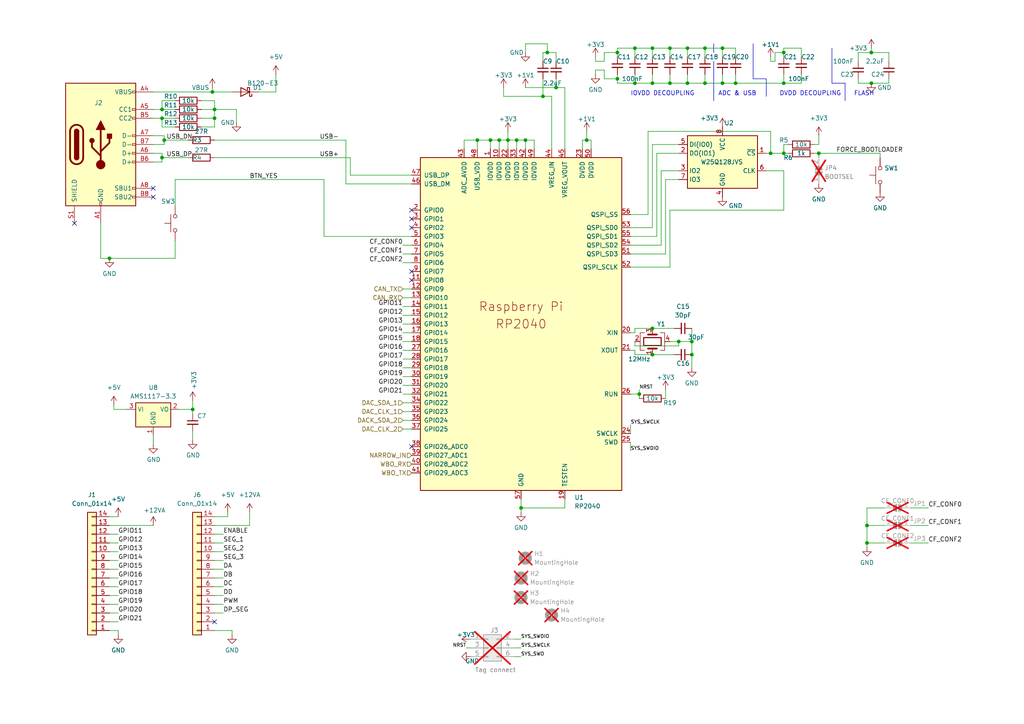
<source format=kicad_sch>
(kicad_sch (version 20231120) (generator "eeschema") (generator_version "8.0")
  (paper "A4")
  (title_block (title "OpenEFI WBO Carrier Board") (date "2023-11-28") (rev "v3") (company "Churrosoft®") (comment 1 "CERN-OHL-S Licence"))
  (junction (at 204.47 13.97))
  (junction (at 189.23 95.25))
  (junction (at 237.49 44.45))
  (junction (at 47.625 40.64))
  (junction (at 227.33 24.13))
  (junction (at 138.43 40.64))
  (junction (at 227.33 15.24))
  (junction (at 62.23 31.75))
  (junction (at 204.47 24.13))
  (junction (at 199.39 24.13))
  (junction (at 158.75 15.24))
  (junction (at 184.15 13.97))
  (junction (at 185.42 114.3))
  (junction (at 46.99 45.72))
  (junction (at 55.88 118.745))
  (junction (at 61.595 26.67))
  (junction (at 184.15 24.13))
  (junction (at 251.46 157.48))
  (junction (at 189.23 24.13))
  (junction (at 147.32 40.64))
  (junction (at 170.18 40.64))
  (junction (at 196.85 99.06))
  (junction (at 189.23 102.87))
  (junction (at 223.52 44.45))
  (junction (at 209.55 24.13))
  (junction (at 189.23 13.97))
  (junction (at 161.29 25.4))
  (junction (at 152.4 40.64))
  (junction (at 252.73 24.13))
  (junction (at 46.99 34.29))
  (junction (at 209.55 13.97))
  (junction (at 252.73 15.24))
  (junction (at 142.24 40.64))
  (junction (at 179.07 15.24))
  (junction (at 194.31 13.97))
  (junction (at 46.99 31.75))
  (junction (at 200.66 102.87))
  (junction (at 227.33 44.45))
  (junction (at 194.31 24.13))
  (junction (at 213.36 24.13))
  (junction (at 149.86 40.64))
  (junction (at 199.39 13.97))
  (junction (at 251.46 152.4))
  (junction (at 144.78 40.64))
  (junction (at 31.75 74.93))
  (junction (at 62.23 34.29))
  (junction (at 157.48 27.94))
  (junction (at 179.07 22.86))
  (junction (at 151.13 147.32))
  (junction (at 200.66 99.06))
  (no_connect (at 44.45 54.61))
  (no_connect (at 119.38 129.54))
  (no_connect (at 119.38 78.74))
  (no_connect (at 21.59 64.77))
  (no_connect (at 119.38 66.04))
  (no_connect (at 62.23 180.34))
  (no_connect (at 119.38 81.28))
  (no_connect (at 44.45 57.15))
  (no_connect (at 119.38 60.96))
  (no_connect (at 119.38 63.5))
  (wire (pts (xy 55.88 118.745) (xy 52.07 118.745)))
  (wire (pts (xy 62.23 152.4) (xy 72.39 152.4)))
  (wire (pts (xy 213.36 16.51) (xy 213.36 13.97)))
  (wire (pts (xy 68.58 31.75) (xy 62.23 31.75)))
  (wire (pts (xy 34.29 180.34) (xy 31.75 180.34)))
  (wire (pts (xy 116.84 99.06) (xy 119.38 99.06)))
  (wire (pts (xy 227.33 44.45) (xy 227.33 41.91)))
  (wire (pts (xy 72.39 152.4) (xy 72.39 148.59)))
  (wire (pts (xy 257.81 22.86) (xy 257.81 24.13)))
  (wire (pts (xy 44.45 44.45) (xy 46.99 44.45)))
  (wire (pts (xy 44.45 126.365) (xy 44.45 128.905)))
  (wire (pts (xy 29.21 74.93) (xy 31.75 74.93)))
  (wire (pts (xy 189.23 102.87) (xy 195.58 102.87)))
  (wire (pts (xy 252.73 13.97) (xy 252.73 15.24)))
  (polyline (pts (xy 245.11 24.13) (xy 241.3 24.13)))
  (wire (pts (xy 31.75 172.72) (xy 34.29 172.72)))
  (wire (pts (xy 138.43 40.64) (xy 142.24 40.64)))
  (wire (pts (xy 62.23 175.26) (xy 64.77 175.26)))
  (wire (pts (xy 172.72 21.59) (xy 172.72 20.32)))
  (wire (pts (xy 204.47 21.59) (xy 204.47 24.13)))
  (wire (pts (xy 31.75 170.18) (xy 34.29 170.18)))
  (wire (pts (xy 62.23 154.94) (xy 64.77 154.94)))
  (wire (pts (xy 227.33 41.91) (xy 228.6 41.91)))
  (wire (pts (xy 191.77 71.12) (xy 191.77 49.53)))
  (wire (pts (xy 116.84 96.52) (xy 119.38 96.52)))
  (wire (pts (xy 182.88 77.47) (xy 194.31 77.47)))
  (wire (pts (xy 227.33 49.53) (xy 222.25 49.53)))
  (wire (pts (xy 61.595 25.4) (xy 61.595 26.67)))
  (wire (pts (xy 62.23 157.48) (xy 64.77 157.48)))
  (wire (pts (xy 204.47 13.97) (xy 199.39 13.97)))
  (wire (pts (xy 223.52 38.1) (xy 223.52 44.45)))
  (wire (pts (xy 50.8 52.07) (xy 50.8 59.69)))
  (wire (pts (xy 31.75 167.64) (xy 34.29 167.64)))
  (wire (pts (xy 227.33 15.24) (xy 227.33 16.51)))
  (polyline (pts (xy 222.25 27.94) (xy 222.25 22.86)))
  (wire (pts (xy 116.84 71.12) (xy 119.38 71.12)))
  (wire (pts (xy 257.81 17.78) (xy 257.81 15.24)))
  (wire (pts (xy 47.625 39.37) (xy 47.625 40.64)))
  (wire (pts (xy 151.13 144.78) (xy 151.13 147.32)))
  (wire (pts (xy 58.42 34.29) (xy 62.23 34.29)))
  (wire (pts (xy 61.595 26.67) (xy 67.31 26.67)))
  (wire (pts (xy 189.23 21.59) (xy 189.23 24.13)))
  (wire (pts (xy 31.75 182.88) (xy 34.29 182.88)))
  (wire (pts (xy 209.55 16.51) (xy 209.55 13.97)))
  (wire (pts (xy 256.54 152.4) (xy 251.46 152.4)))
  (wire (pts (xy 189.23 13.97) (xy 184.15 13.97)))
  (wire (pts (xy 184.15 13.97) (xy 184.15 16.51)))
  (wire (pts (xy 152.4 40.64) (xy 152.4 43.18)))
  (wire (pts (xy 199.39 13.97) (xy 199.39 16.51)))
  (wire (pts (xy 227.33 13.97) (xy 227.33 15.24)))
  (wire (pts (xy 209.55 21.59) (xy 209.55 24.13)))
  (wire (pts (xy 237.49 41.91) (xy 236.22 41.91)))
  (wire (pts (xy 135.2172 187.9194) (xy 136.4872 187.9194)))
  (wire (pts (xy 46.99 36.83) (xy 46.99 34.29)))
  (wire (pts (xy 184.15 102.87) (xy 184.15 101.6)))
  (wire (pts (xy 182.88 66.04) (xy 189.23 66.04)))
  (wire (pts (xy 184.15 95.25) (xy 184.15 96.52)))
  (wire (pts (xy 168.91 40.64) (xy 168.91 43.18)))
  (wire (pts (xy 138.43 40.64) (xy 138.43 43.18)))
  (wire (pts (xy 194.31 13.97) (xy 194.31 16.51)))
  (wire (pts (xy 191.77 49.53) (xy 196.85 49.53)))
  (wire (pts (xy 116.84 111.76) (xy 119.38 111.76)))
  (wire (pts (xy 31.75 157.48) (xy 34.29 157.48)))
  (wire (pts (xy 46.99 45.72) (xy 46.99 46.99)))
  (wire (pts (xy 142.24 40.64) (xy 142.24 43.18)))
  (wire (pts (xy 182.88 114.3) (xy 185.42 114.3)))
  (wire (pts (xy 163.83 144.78) (xy 163.83 147.32)))
  (wire (pts (xy 116.84 101.6) (xy 119.38 101.6)))
  (wire (pts (xy 184.15 24.13) (xy 179.07 24.13)))
  (wire (pts (xy 232.41 24.13) (xy 227.33 24.13)))
  (wire (pts (xy 184.15 99.06) (xy 184.15 100.33)))
  (wire (pts (xy 213.36 21.59) (xy 213.36 24.13)))
  (wire (pts (xy 116.84 121.92) (xy 119.38 121.92)))
  (wire (pts (xy 116.84 73.66) (xy 119.38 73.66)))
  (wire (pts (xy 44.45 26.67) (xy 61.595 26.67)))
  (wire (pts (xy 184.15 96.52) (xy 182.88 96.52)))
  (wire (pts (xy 196.85 52.07) (xy 193.04 52.07)))
  (wire (pts (xy 200.66 99.06) (xy 200.66 102.87)))
  (wire (pts (xy 189.23 95.25) (xy 195.58 95.25)))
  (wire (pts (xy 175.26 17.78) (xy 175.26 15.24)))
  (wire (pts (xy 182.88 62.23) (xy 187.96 62.23)))
  (wire (pts (xy 248.92 17.78) (xy 248.92 15.24)))
  (wire (pts (xy 147.32 40.64) (xy 147.32 43.18)))
  (wire (pts (xy 227.33 44.45) (xy 228.6 44.45)))
  (wire (pts (xy 47.625 40.64) (xy 54.61 40.64)))
  (wire (pts (xy 251.46 147.32) (xy 251.46 152.4)))
  (wire (pts (xy 171.45 40.64) (xy 170.18 40.64)))
  (wire (pts (xy 264.16 157.48) (xy 269.24 157.48)))
  (wire (pts (xy 116.84 109.22) (xy 119.38 109.22)))
  (wire (pts (xy 62.23 36.83) (xy 58.42 36.83)))
  (wire (pts (xy 182.88 125.73) (xy 182.88 123.19)))
  (wire (pts (xy 31.75 160.02) (xy 34.29 160.02)))
  (wire (pts (xy 223.52 16.51) (xy 223.52 17.78)))
  (wire (pts (xy 157.48 15.24) (xy 157.48 17.78)))
  (wire (pts (xy 187.96 38.1) (xy 187.96 62.23)))
  (wire (pts (xy 62.23 160.02) (xy 64.77 160.02)))
  (wire (pts (xy 157.48 22.86) (xy 157.48 27.94)))
  (wire (pts (xy 62.23 162.56) (xy 64.77 162.56)))
  (wire (pts (xy 119.38 50.8) (xy 101.6 50.8)))
  (wire (pts (xy 184.15 13.97) (xy 179.07 13.97)))
  (wire (pts (xy 182.88 71.12) (xy 191.77 71.12)))
  (wire (pts (xy 199.39 21.59) (xy 199.39 24.13)))
  (wire (pts (xy 146.05 27.94) (xy 146.05 25.4)))
  (wire (pts (xy 194.31 60.96) (xy 194.31 77.47)))
  (wire (pts (xy 179.07 13.97) (xy 179.07 15.24)))
  (wire (pts (xy 66.04 149.86) (xy 62.23 149.86)))
  (wire (pts (xy 252.73 15.24) (xy 248.92 15.24)))
  (wire (pts (xy 44.45 39.37) (xy 47.625 39.37)))
  (polyline (pts (xy 218.44 12.7) (xy 218.44 22.86)))
  (wire (pts (xy 190.5 44.45) (xy 190.5 68.58)))
  (polyline (pts (xy 245.11 29.21) (xy 245.11 24.13)))
  (wire (pts (xy 171.45 40.64) (xy 171.45 43.18)))
  (wire (pts (xy 154.94 40.64) (xy 152.4 40.64)))
  (wire (pts (xy 213.36 13.97) (xy 209.55 13.97)))
  (wire (pts (xy 264.16 147.32) (xy 269.24 147.32)))
  (wire (pts (xy 58.42 29.21) (xy 62.23 29.21)))
  (wire (pts (xy 34.29 149.86) (xy 31.75 149.86)))
  (wire (pts (xy 161.29 22.86) (xy 161.29 25.4)))
  (wire (pts (xy 175.26 20.32) (xy 175.26 22.86)))
  (wire (pts (xy 179.07 15.24) (xy 179.07 16.51)))
  (wire (pts (xy 175.26 22.86) (xy 179.07 22.86)))
  (wire (pts (xy 194.31 21.59) (xy 194.31 24.13)))
  (wire (pts (xy 223.52 44.45) (xy 227.33 44.45)))
  (wire (pts (xy 80.01 21.59) (xy 80.01 26.67)))
  (wire (pts (xy 134.62 40.64) (xy 138.43 40.64)))
  (wire (pts (xy 256.54 147.32) (xy 251.46 147.32)))
  (wire (pts (xy 196.85 100.33) (xy 196.85 99.06)))
  (wire (pts (xy 144.78 40.64) (xy 142.24 40.64)))
  (wire (pts (xy 55.88 125.095) (xy 55.88 127.635)))
  (wire (pts (xy 44.45 41.91) (xy 47.625 41.91)))
  (wire (pts (xy 163.83 147.32) (xy 151.13 147.32)))
  (wire (pts (xy 67.31 182.88) (xy 62.23 182.88)))
  (wire (pts (xy 100.33 40.64) (xy 100.33 53.34)))
  (wire (pts (xy 149.86 40.64) (xy 147.32 40.64)))
  (wire (pts (xy 194.31 24.13) (xy 199.39 24.13)))
  (wire (pts (xy 185.42 114.3) (xy 185.42 113.03)))
  (wire (pts (xy 67.31 184.15) (xy 67.31 182.88)))
  (wire (pts (xy 209.55 13.97) (xy 204.47 13.97)))
  (wire (pts (xy 50.8 29.21) (xy 46.99 29.21)))
  (wire (pts (xy 194.31 24.13) (xy 189.23 24.13)))
  (wire (pts (xy 196.85 99.06) (xy 200.66 99.06)))
  (wire (pts (xy 62.23 170.18) (xy 64.77 170.18)))
  (wire (pts (xy 175.26 15.24) (xy 179.07 15.24)))
  (wire (pts (xy 200.66 102.87) (xy 200.66 106.68)))
  (wire (pts (xy 62.23 34.29) (xy 62.23 36.83)))
  (wire (pts (xy 68.58 35.56) (xy 68.58 31.75)))
  (wire (pts (xy 44.45 31.75) (xy 46.99 31.75)))
  (wire (pts (xy 213.36 24.13) (xy 209.55 24.13)))
  (wire (pts (xy 251.46 157.48) (xy 256.54 157.48)))
  (wire (pts (xy 116.84 106.68) (xy 119.38 106.68)))
  (polyline (pts (xy 207.01 12.7) (xy 207.01 15.24)))
  (wire (pts (xy 213.36 24.13) (xy 227.33 24.13)))
  (wire (pts (xy 31.75 152.4) (xy 44.45 152.4)))
  (wire (pts (xy 31.75 162.56) (xy 34.29 162.56)))
  (wire (pts (xy 224.79 15.24) (xy 227.33 15.24)))
  (wire (pts (xy 33.02 117.475) (xy 33.02 118.745)))
  (wire (pts (xy 62.23 29.21) (xy 62.23 31.75)))
  (wire (pts (xy 160.02 27.94) (xy 157.48 27.94)))
  (wire (pts (xy 62.23 40.64) (xy 100.33 40.64)))
  (wire (pts (xy 50.8 52.07) (xy 93.98 52.07)))
  (wire (pts (xy 55.88 116.205) (xy 55.88 118.745)))
  (wire (pts (xy 185.42 114.3) (xy 185.42 115.57)))
  (polyline (pts (xy 222.25 22.86) (xy 218.44 22.86)))
  (wire (pts (xy 172.72 17.78) (xy 175.26 17.78)))
  (wire (pts (xy 101.6 50.8) (xy 101.6 45.72)))
  (wire (pts (xy 29.21 64.77) (xy 29.21 74.93)))
  (wire (pts (xy 237.49 39.37) (xy 237.49 41.91)))
  (wire (pts (xy 170.18 40.64) (xy 168.91 40.64)))
  (wire (pts (xy 62.23 45.72) (xy 101.6 45.72)))
  (wire (pts (xy 147.32 40.64) (xy 144.78 40.64)))
  (wire (pts (xy 222.25 44.45) (xy 223.52 44.45)))
  (wire (pts (xy 187.96 38.1) (xy 223.52 38.1)))
  (wire (pts (xy 227.33 21.59) (xy 227.33 24.13)))
  (wire (pts (xy 161.29 25.4) (xy 163.83 25.4)))
  (polyline (pts (xy 241.3 13.97) (xy 241.3 24.13)))
  (wire (pts (xy 116.84 76.2) (xy 119.38 76.2)))
  (wire (pts (xy 147.32 38.1) (xy 147.32 40.64)))
  (wire (pts (xy 31.75 175.26) (xy 34.29 175.26)))
  (wire (pts (xy 193.04 52.07) (xy 193.04 73.66)))
  (wire (pts (xy 116.84 119.38) (xy 119.38 119.38)))
  (wire (pts (xy 58.42 31.75) (xy 62.23 31.75)))
  (wire (pts (xy 62.23 31.75) (xy 62.23 34.29)))
  (wire (pts (xy 62.23 172.72) (xy 64.77 172.72)))
  (wire (pts (xy 184.15 101.6) (xy 182.88 101.6)))
  (wire (pts (xy 193.04 73.66) (xy 182.88 73.66)))
  (wire (pts (xy 161.29 17.78) (xy 161.29 15.24)))
  (wire (pts (xy 116.84 83.82) (xy 119.38 83.82)))
  (wire (pts (xy 62.23 165.1) (xy 64.77 165.1)))
  (wire (pts (xy 194.31 13.97) (xy 189.23 13.97)))
  (wire (pts (xy 232.41 21.59) (xy 232.41 24.13)))
  (wire (pts (xy 34.29 177.8) (xy 31.75 177.8)))
  (wire (pts (xy 224.79 17.78) (xy 224.79 15.24)))
  (wire (pts (xy 209.55 24.13) (xy 204.47 24.13)))
  (wire (pts (xy 46.99 45.72) (xy 54.61 45.72)))
  (wire (pts (xy 251.46 152.4) (xy 251.46 157.48)))
  (wire (pts (xy 100.33 53.34) (xy 119.38 53.34)))
  (wire (pts (xy 149.86 40.64) (xy 149.86 43.18)))
  (wire (pts (xy 184.15 95.25) (xy 189.23 95.25)))
  (wire (pts (xy 152.4 40.64) (xy 149.86 40.64)))
  (wire (pts (xy 55.88 120.015) (xy 55.88 118.745)))
  (wire (pts (xy 119.38 68.58) (xy 93.98 68.58)))
  (wire (pts (xy 62.23 177.8) (xy 64.77 177.8)))
  (wire (pts (xy 47.625 40.64) (xy 47.625 41.91)))
  (wire (pts (xy 179.07 24.13) (xy 179.07 22.86)))
  (wire (pts (xy 252.73 15.24) (xy 257.81 15.24)))
  (wire (pts (xy 199.39 24.13) (xy 204.47 24.13)))
  (wire (pts (xy 151.0922 185.3794) (xy 149.1872 185.3794)))
  (wire (pts (xy 236.22 44.45) (xy 237.49 44.45)))
  (wire (pts (xy 170.18 38.1) (xy 170.18 40.64)))
  (wire (pts (xy 116.84 93.98) (xy 119.38 93.98)))
  (wire (pts (xy 116.84 88.9) (xy 119.38 88.9)))
  (wire (pts (xy 232.41 16.51) (xy 232.41 13.97)))
  (wire (pts (xy 194.31 60.96) (xy 227.33 60.96)))
  (wire (pts (xy 194.31 99.06) (xy 196.85 99.06)))
  (wire (pts (xy 31.75 154.94) (xy 34.29 154.94)))
  (wire (pts (xy 172.72 16.51) (xy 172.72 17.78)))
  (wire (pts (xy 248.92 24.13) (xy 248.92 22.86)))
  (wire (pts (xy 44.45 46.99) (xy 46.99 46.99)))
  (wire (pts (xy 31.75 165.1) (xy 34.29 165.1)))
  (wire (pts (xy 184.15 21.59) (xy 184.15 24.13)))
  (wire (pts (xy 134.62 43.18) (xy 134.62 40.64)))
  (wire (pts (xy 33.02 118.745) (xy 36.83 118.745)))
  (wire (pts (xy 151.0922 187.9194) (xy 149.1872 187.9194)))
  (wire (pts (xy 44.45 34.29) (xy 46.99 34.29)))
  (wire (pts (xy 200.66 95.25) (xy 200.66 99.06)))
  (wire (pts (xy 151.0922 190.4594) (xy 149.1872 190.4594)))
  (wire (pts (xy 251.46 158.75) (xy 251.46 157.48)))
  (wire (pts (xy 189.23 24.13) (xy 184.15 24.13)))
  (wire (pts (xy 46.99 29.21) (xy 46.99 31.75)))
  (wire (pts (xy 184.15 102.87) (xy 189.23 102.87)))
  (wire (pts (xy 204.47 16.51) (xy 204.47 13.97)))
  (wire (pts (xy 223.52 17.78) (xy 224.79 17.78)))
  (wire (pts (xy 184.15 100.33) (xy 196.85 100.33)))
  (wire (pts (xy 31.75 74.93) (xy 50.8 74.93)))
  (wire (pts (xy 62.23 167.64) (xy 64.77 167.64)))
  (wire (pts (xy 152.4 15.24) (xy 152.4 12.7)))
  (wire (pts (xy 50.8 69.85) (xy 50.8 74.93)))
  (wire (pts (xy 199.39 13.97) (xy 194.31 13.97)))
  (wire (pts (xy 116.84 86.36) (xy 119.38 86.36)))
  (wire (pts (xy 189.23 13.97) (xy 189.23 16.51)))
  (wire (pts (xy 257.81 24.13) (xy 252.73 24.13)))
  (wire (pts (xy 158.75 12.7) (xy 158.75 15.24)))
  (wire (pts (xy 190.5 68.58) (xy 182.88 68.58)))
  (wire (pts (xy 237.49 44.45) (xy 255.27 44.45)))
  (wire (pts (xy 152.4 25.4) (xy 161.29 25.4)))
  (wire (pts (xy 179.07 22.86) (xy 179.07 21.59)))
  (wire (pts (xy 227.33 49.53) (xy 227.33 60.96)))
  (wire (pts (xy 116.84 116.84) (xy 119.38 116.84)))
  (wire (pts (xy 161.29 15.24) (xy 158.75 15.24)))
  (wire (pts (xy 193.04 113.03) (xy 193.04 115.57)))
  (wire (pts (xy 152.4 12.7) (xy 158.75 12.7)))
  (wire (pts (xy 50.8 36.83) (xy 46.99 36.83)))
  (wire (pts (xy 189.23 66.04) (xy 189.23 41.91)))
  (wire (pts (xy 34.29 184.15) (xy 34.29 182.88)))
  (wire (pts (xy 93.98 68.58) (xy 93.98 52.07)))
  (wire (pts (xy 116.84 114.3) (xy 119.38 114.3)))
  (wire (pts (xy 189.23 41.91) (xy 196.85 41.91)))
  (wire (pts (xy 172.72 20.32) (xy 175.26 20.32)))
  (wire (pts (xy 157.48 27.94) (xy 146.05 27.94)))
  (wire (pts (xy 116.84 104.14) (xy 119.38 104.14)))
  (wire (pts (xy 116.84 124.46) (xy 119.38 124.46)))
  (wire (pts (xy 46.99 34.29) (xy 50.8 34.29)))
  (wire (pts (xy 196.85 44.45) (xy 190.5 44.45)))
  (wire (pts (xy 46.99 44.45) (xy 46.99 45.72)))
  (wire (pts (xy 163.83 43.18) (xy 163.83 25.4)))
  (polyline (pts (xy 207.01 17.78) (xy 207.01 29.21)))
  (wire (pts (xy 158.75 15.24) (xy 157.48 15.24)))
  (wire (pts (xy 154.94 43.18) (xy 154.94 40.64)))
  (wire (pts (xy 160.02 27.94) (xy 160.02 43.18)))
  (wire (pts (xy 255.27 45.72) (xy 255.27 44.45)))
  (wire (pts (xy 182.88 128.27) (xy 182.88 130.81)))
  (wire (pts (xy 66.04 148.59) (xy 66.04 149.86)))
  (wire (pts (xy 116.84 91.44) (xy 119.38 91.44)))
  (wire (pts (xy 264.16 152.4) (xy 269.24 152.4)))
  (wire (pts (xy 46.99 31.75) (xy 50.8 31.75)))
  (wire (pts (xy 151.13 147.32) (xy 151.13 148.59)))
  (wire (pts (xy 80.01 26.67) (xy 74.93 26.67)))
  (wire (pts (xy 232.41 13.97) (xy 227.33 13.97)))
  (wire (pts (xy 237.49 44.45) (xy 237.49 45.72)))
  (wire (pts (xy 252.73 24.13) (xy 248.92 24.13)))
  (wire (pts (xy 144.78 40.64) (xy 144.78 43.18)))
  (text "FLASH" (at 247.65 27.94 0) (effects (font (size 1.27 1.27)) (justify left bottom)))
  (text "ADC & USB" (at 208.28 27.94 0) (effects (font (size 1.27 1.27)) (justify left bottom)))
  (text "DVDD DECOUPLING" (at 226.06 27.94 0) (effects (font (size 1.27 1.27)) (justify left bottom)))
  (text "IOVDD DECOUPLING" (at 182.88 27.94 0) (effects (font (size 1.27 1.27)) (justify left bottom)))
  (label "DP_SEG" (at 64.77 177.8 0))
  (label "DD" (at 64.77 172.72 0))
  (label "DB" (at 64.77 167.64 0))
  (label "GPIO20" (at 34.29 177.8 0))
  (label "GPIO21" (at 34.29 180.34 0))
  (label "GPIO12" (at 116.84 91.44 180))
  (label "FORCE_BOOTLOADER" (at 242.57 44.45 0))
  (label "SEG_1" (at 64.77 157.48 0))
  (label "SYS_SWDIO" (at 182.88 130.81 0) (effects (font (size 0.9906 0.9906))))
  (label "BTN_YES" (at 72.39 52.07 0))
  (label "CF_CONF2" (at 116.84 76.2 180))
  (label "DC" (at 64.77 170.18 0))
  (label "SYS_SWCLK" (at 182.88 123.19 0) (effects (font (size 0.9906 0.9906))))
  (label "USB_DP" (at 48.26 45.72 0))
  (label "PWM" (at 64.77 175.26 0))
  (label "GPIO17" (at 34.29 170.18 0))
  (label "GPIO12" (at 34.29 157.48 0))
  (label "NRST" (at 185.42 113.03 0) (effects (font (size 0.9906 0.9906))))
  (label "SYS_SWO" (at 151.0922 190.4594 0) (effects (font (size 0.9906 0.9906))))
  (label "GPIO21" (at 116.84 114.3 180))
  (label "GPIO16" (at 34.29 167.64 0))
  (label "CF_CONF1" (at 269.24 152.4 0))
  (label "GPIO20" (at 116.84 111.76 180))
  (label "DA" (at 64.77 165.1 0))
  (label "GPIO15" (at 34.29 165.1 0))
  (label "GPIO13" (at 116.84 93.98 180))
  (label "GPIO11" (at 34.29 154.94 0))
  (label "ENABLE" (at 64.77 154.94 0))
  (label "SYS_SWCLK" (at 151.0922 187.9194 0) (effects (font (size 0.9906 0.9906))))
  (label "SEG_3" (at 64.77 162.56 0))
  (label "GPIO18" (at 34.29 172.72 0))
  (label "GPIO16" (at 116.84 101.6 180))
  (label "CF_CONF2" (at 269.24 157.48 0))
  (label "GPIO19" (at 34.29 175.26 0))
  (label "USB+" (at 92.71 45.72 0))
  (label "GPIO15" (at 116.84 99.06 180))
  (label "GPIO13" (at 34.29 160.02 0))
  (label "SYS_SWDIO" (at 151.0922 185.3794 0) (effects (font (size 0.9906 0.9906))))
  (label "CF_CONF1" (at 116.84 73.66 180))
  (label "GPIO18" (at 116.84 106.68 180))
  (label "SEG_2" (at 64.77 160.02 0))
  (label "GPIO17" (at 116.84 104.14 180))
  (label "GPIO14" (at 34.29 162.56 0))
  (label "GPIO14" (at 116.84 96.52 180))
  (label "GPIO19" (at 116.84 109.22 180))
  (label "GPIO11" (at 116.84 88.9 180))
  (label "CF_CONF0" (at 269.24 147.32 0))
  (label "NRST" (at 135.2172 187.9194 180) (effects (font (size 0.9906 0.9906))))
  (label "USB_DN" (at 48.26 40.64 0))
  (label "CF_CONF0" (at 116.84 71.12 180))
  (label "USB-" (at 92.71 40.64 0))
  (hierarchical_label "NARROW_IN" (shape input) (at 119.38 132.08 180))
  (hierarchical_label "DAC_SDA_1" (shape input) (at 116.84 116.84 180))
  (hierarchical_label "DAC_CLK_2" (shape input) (at 116.84 124.46 180))
  (hierarchical_label "CAN_TX" (shape input) (at 116.84 83.82 180))
  (hierarchical_label "DAC_CLK_1" (shape input) (at 116.84 119.38 180))
  (hierarchical_label "WBO_TX" (shape input) (at 119.38 137.16 180))
  (hierarchical_label "WBO_RX" (shape input) (at 119.38 134.62 180))
  (hierarchical_label "DACK_SDA_2" (shape input) (at 116.84 121.92 180))
  (hierarchical_label "CAN_RX" (shape input) (at 116.84 86.36 180))
  (symbol (lib_id "Device:C_Small") (at 248.92 20.32 180) (unit 1)
    (property "Reference" "C23" (at 247.65 21.59 0) (effects (justify left)))
    (property "Value" "100nF" (at 247.65 17.78 0) (effects (justify left)))
    (property "Footprint" "Capacitor_SMD:C_0603_1608Metric" (effects (hide yes)))
    (property "STOCK" "CAP-000062-00" (effects (hide yes)))
    (property "LCSC" "C14663" (effects (hide yes)))
  )
  (symbol (lib_id "Connector_Generic:Conn_01x14") (at 26.67 167.64 180) (unit 1)
    (property "Reference" "J1" (at 26.67 143.51 0))
    (property "Value" "Conn_01x14" (at 26.67 146.05 0))
    (property "Footprint" "Connector_PinHeader_2.54mm:PinHeader_2x07_P2.54mm_Vertical" (effects (hide yes)))
    (property "Description" "Generic connector, single row, 01x14, script generated (kicad-library-utils/schlib/autogen/connector/)" (effects (hide yes)))
    (property "STOCK" "CON-000409-00" (effects (hide yes)))
    (property "LCSC" "C7494795" (effects (hide yes)))
  )
  (symbol (lib_id "power:GND") (at 68.58 35.56 0) (unit 1)
    (property "Reference" "#PWR07" (effects (hide yes)))
    (property "Value" "GND" (at 66.04 35.56 0))
  )
  (symbol (lib_id "power:+1V1") (at 223.52 16.51 0) (unit 1)
    (property "Reference" "#PWR025" (effects (hide yes)))
    (property "Value" "+1V1" (at 223.52 12.9342 0))
  )
  (symbol (lib_id "power:+3V3") (at 146.05 25.4 0) (unit 1)
    (property "Reference" "#PWR013" (effects (hide yes)))
    (property "Value" "+3V3" (at 146.05 21.8242 0))
  )
  (symbol (lib_id "Jumper:SolderJumper_2_Open") (at 260.35 152.4 180) (unit 1) (in_bom no) (dnp yes)
    (property "Reference" "JP2" (at 266.7 151.13 0))
    (property "Value" "CF_CONF1" (at 260.35 150.3481 0))
    (property "Footprint" "Jumper:SolderJumper-2_P1.3mm_Open_TrianglePad1.0x1.5mm" (effects (hide yes)))
    (property "STOCK" "-" (effects (hide yes)))
    (property "LCSC" "-" (effects (hide yes)))
  )
  (symbol (lib_id "Mechanical:MountingHole") (at 159.9822 178.3944 0) (unit 1) (in_bom no) (dnp yes)
    (property "Reference" "H4" (at 162.5222 177.1243 0) (effects (justify left)))
    (property "Value" "MountingHole" (at 162.5222 179.6643 0) (effects (justify left)))
    (property "Footprint" "MountingHole:MountingHole_3.2mm_M3_Pad_Via" (effects (hide yes)))
    (property "Description" "Mounting Hole without connection" (effects (hide yes)))
    (property "STOCK" "-" (effects (hide yes)))
    (property "LCSC" "-" (effects (hide yes)))
  )
  (symbol (lib_id "Device:C_Small") (at 184.15 19.05 0) (unit 1)
    (property "Reference" "C12" (at 184.15 16.51 0) (effects (justify left)))
    (property "Value" "100nF" (effects (hide yes)))
    (property "Footprint" "Capacitor_SMD:C_0603_1608Metric" (effects (hide yes)))
    (property "STOCK" "CAP-000062-00" (effects (hide yes)))
    (property "LCSC" "C14663" (effects (hide yes)))
  )
  (symbol (lib_id "Device:R") (at 58.42 40.64 270) (unit 1)
    (property "Reference" "R3" (at 57.15 40.64 90))
    (property "Value" "27R" (at 58.42 38.1 90))
    (property "Footprint" "Resistor_SMD:R_0603_1608Metric" (effects (hide yes)))
    (property "STOCK" "RES-000240-00" (effects (hide yes)))
    (property "LCSC" "C25190" (effects (hide yes)))
  )
  (symbol (lib_id "power:GND") (at 67.31 184.15 0) (unit 1)
    (property "Reference" "#PWR043" (effects (hide yes)))
    (property "Value" "GND" (at 67.31 188.5934 0))
  )
  (symbol (lib_id "Device:C_Small") (at 232.41 19.05 0) (unit 1)
    (property "Reference" "C22" (at 232.41 16.51 0) (effects (justify left)))
    (property "Value" "100nF" (effects (hide yes)))
    (property "Footprint" "Capacitor_SMD:C_0603_1608Metric" (effects (hide yes)))
    (property "STOCK" "CAP-000062-00" (effects (hide yes)))
    (property "LCSC" "C14663" (effects (hide yes)))
  )
  (symbol (lib_id "Jumper:SolderJumper_2_Open") (at 260.35 147.32 180) (unit 1) (in_bom no) (dnp yes)
    (property "Reference" "JP1" (at 266.7 146.05 0))
    (property "Value" "CF_CONF0" (at 260.35 145.2681 0))
    (property "Footprint" "Jumper:SolderJumper-2_P1.3mm_Open_TrianglePad1.0x1.5mm" (effects (hide yes)))
    (property "STOCK" "-" (effects (hide yes)))
    (property "LCSC" "-" (effects (hide yes)))
  )
  (symbol (lib_id "Device:R") (at 54.61 34.29 90) (unit 1)
    (property "Reference" "R12" (at 49.53 33.02 90))
    (property "Value" "10k" (at 54.61 34.29 90))
    (property "Footprint" "Resistor_SMD:R_0603_1608Metric" (effects (hide yes)))
    (property "STOCK" "RES-000118-00" (effects (hide yes)))
    (property "LCSC" "C115324" (effects (hide yes)))
  )
  (symbol (lib_id "power:+3V3") (at 147.32 38.1 0) (unit 1)
    (property "Reference" "#PWR014" (effects (hide yes)))
    (property "Value" "+3V3" (at 147.32 34.5242 0))
  )
  (symbol (lib_id "rp_pico:RP2040") (at 151.13 93.98 0) (mirror y) (unit 1)
    (property "Reference" "U1" (at 166.5987 144.2704 0) (effects (justify right)))
    (property "Value" "RP2040" (at 166.5987 146.8073 0) (effects (justify right)))
    (property "Footprint" "Package_DFN_QFN:QFN-56-1EP_7x7mm_P0.4mm_EP3.2x3.2mm" (effects (hide yes)))
    (property "STOCK" "ICS-000014-00" (effects (hide yes)))
    (property "LCSC" "C2040" (effects (hide yes)))
  )
  (symbol (lib_id "power:+5V") (at 33.02 117.475 0) (unit 1)
    (property "Reference" "#PWR063" (effects (hide yes)))
    (property "Value" "+5V" (at 33.02 112.395 0))
  )
  (symbol (lib_id "Device:C_Small") (at 204.47 19.05 0) (unit 1)
    (property "Reference" "C18" (at 204.47 16.51 0) (effects (justify left)))
    (property "Value" "100nF" (effects (hide yes)))
    (property "Footprint" "Capacitor_SMD:C_0603_1608Metric" (effects (hide yes)))
    (property "STOCK" "CAP-000062-00" (effects (hide yes)))
    (property "LCSC" "C14663" (effects (hide yes)))
  )
  (symbol (lib_id "power:GND") (at 251.46 158.75 0) (unit 1)
    (property "Reference" "#PWR04" (effects (hide yes)))
    (property "Value" "GND" (at 251.46 163.1934 0))
  )
  (symbol (lib_id "Jumper:SolderJumper_2_Open") (at 260.35 157.48 180) (unit 1) (in_bom no) (dnp yes)
    (property "Reference" "JP3" (at 266.7 156.21 0))
    (property "Value" "CF_CONF2" (at 260.35 155.4281 0))
    (property "Footprint" "Jumper:SolderJumper-2_P1.3mm_Open_TrianglePad1.0x1.5mm" (effects (hide yes)))
    (property "STOCK" "-" (effects (hide yes)))
    (property "LCSC" "-" (effects (hide yes)))
  )
  (symbol (lib_id "power:+3V3") (at 136.4872 185.3794 90) (unit 1)
    (property "Reference" "#PWR02" (effects (hide yes)))
    (property "Value" "+3V3" (at 137.7572 184.1094 90) (effects (justify left)))
  )
  (symbol (lib_id "power:GND") (at 55.88 127.635 0) (unit 1)
    (property "Reference" "#PWR066" (effects (hide yes)))
    (property "Value" "GND" (at 56.007 132.0292 0))
  )
  (symbol (lib_id "power:GND") (at 136.4872 190.4594 270) (unit 1)
    (property "Reference" "#PWR03" (effects (hide yes)))
    (property "Value" "GND" (at 139.0272 191.7294 90) (effects (justify right)))
  )
  (symbol (lib_id "Device:R") (at 189.23 115.57 270) (unit 1)
    (property "Reference" "R19" (at 194.31 116.84 90))
    (property "Value" "10k" (at 189.23 115.57 90))
    (property "Footprint" "Resistor_SMD:R_0603_1608Metric" (effects (hide yes)))
    (property "STOCK" "RES-000118-00" (effects (hide yes)))
    (property "LCSC" "C115324" (effects (hide yes)))
  )
  (symbol (lib_id "power:+3V3") (at 209.55 36.83 0) (unit 1)
    (property "Reference" "#PWR023" (effects (hide yes)))
    (property "Value" "+3V3" (at 205.74 34.29 0))
  )
  (symbol (lib_id "Mechanical:MountingHole") (at 151.13 167.64 0) (unit 1) (in_bom no) (dnp yes)
    (property "Reference" "H2" (at 153.67 166.3699 0) (effects (justify left)))
    (property "Value" "MountingHole" (at 153.67 168.9099 0) (effects (justify left)))
    (property "Footprint" "MountingHole:MountingHole_3.2mm_M3_Pad_Via" (effects (hide yes)))
    (property "Description" "Mounting Hole without connection" (effects (hide yes)))
    (property "STOCK" "-" (effects (hide yes)))
    (property "LCSC" "-" (effects (hide yes)))
  )
  (symbol (lib_id "power:+12VA") (at 44.45 152.4 0) (unit 1)
    (property "Reference" "#PWR037" (effects (hide yes)))
    (property "Value" "+12VA" (at 44.831 148.0058 0))
  )
  (symbol (lib_id "power:GND") (at 200.66 106.68 0) (unit 1)
    (property "Reference" "#PWR022" (effects (hide yes)))
    (property "Value" "GND" (at 200.66 111.1234 0))
  )
  (symbol (lib_id "Device:C_Small") (at 213.36 19.05 0) (unit 1)
    (property "Reference" "C20" (at 213.36 16.51 0) (effects (justify left)))
    (property "Value" "100nF" (effects (hide yes)))
    (property "Footprint" "Capacitor_SMD:C_0603_1608Metric" (effects (hide yes)))
    (property "STOCK" "CAP-000062-00" (effects (hide yes)))
    (property "LCSC" "C14663" (effects (hide yes)))
  )
  (symbol (lib_id "Device:C_Small") (at 257.81 20.32 180) (unit 1)
    (property "Reference" "C24" (at 256.54 21.59 0) (effects (justify left)))
    (property "Value" "2.2uF" (at 256.54 17.78 0) (effects (justify left)))
    (property "Footprint" "Capacitor_SMD:C_0805_2012Metric" (effects (hide yes)))
    (property "STOCK" "CAP-000176-00" (effects (hide yes)))
    (property "LCSC" "C49217" (effects (hide yes)))
  )
  (symbol (lib_id "Device:C_Small") (at 55.88 122.555 0) (unit 1)
    (property "Reference" "C7" (at 57.15 120.65 0) (effects (justify left)))
    (property "Value" "100nF" (effects (hide yes)))
    (property "Footprint" "Capacitor_SMD:C_0603_1608Metric" (effects (hide yes)))
    (property "LCSC" "C14663" (effects (hide yes)))
    (property "STOCK" "CAP-000062-00" (effects (hide yes)))
  )
  (symbol (lib_id "Device:C_Small") (at 161.29 20.32 0) (unit 1)
    (property "Reference" "C10" (at 161.29 17.78 0) (effects (justify left)))
    (property "Value" "2.2uF" (effects (hide yes)))
    (property "Footprint" "Capacitor_SMD:C_0805_2012Metric" (effects (hide yes)))
    (property "STOCK" "CAP-000176-00" (effects (hide yes)))
    (property "LCSC" "C49217" (effects (hide yes)))
  )
  (symbol (lib_id "Device:C_Small") (at 157.48 20.32 0) (unit 1)
    (property "Reference" "C9" (at 157.48 17.78 0) (effects (justify left)))
    (property "Value" "2.2uF" (at 157.48 24.13 0) (effects (justify left)))
    (property "Footprint" "Capacitor_SMD:C_0805_2012Metric" (effects (hide yes)))
    (property "STOCK" "CAP-000176-00" (effects (hide yes)))
    (property "LCSC" "C49217" (effects (hide yes)))
  )
  (symbol (lib_id "Device:R") (at 58.42 45.72 90) (unit 1)
    (property "Reference" "R4" (at 57.15 45.72 90))
    (property "Value" "27R" (at 58.42 43.5411 90))
    (property "Footprint" "Resistor_SMD:R_0603_1608Metric" (effects (hide yes)))
    (property "STOCK" "RES-000240-00" (effects (hide yes)))
    (property "LCSC" "C25190" (effects (hide yes)))
  )
  (symbol (lib_id "Regulator_Linear:AMS1117-3.3") (at 44.45 118.745 0) (unit 1)
    (property "Reference" "U8" (at 44.45 112.395 0))
    (property "Value" "AMS1117-3.3" (at 44.45 114.935 0))
    (property "Footprint" "Package_TO_SOT_SMD:SOT-223-3_TabPin2" (effects (hide yes)))
    (property "Datasheet" "http://www.advanced-monolithic.com/pdf/ds1117.pdf" (effects (hide yes)))
    (property "STOCK" "PWR-000102-00" (effects (hide yes)))
    (property "LCSC" "C6186" (effects (hide yes)))
  )
  (symbol (lib_id "Diode:B120-E3") (at 71.12 26.67 180) (unit 1)
    (property "Reference" "D1" (at 74.676 25.4 0))
    (property "Value" "B120-E3" (at 76.2 24.13 0))
    (property "Footprint" "Diode_SMD:D_SMA" (effects (hide yes)))
    (property "Datasheet" "http://www.vishay.com/docs/88946/b120.pdf" (effects (hide yes)))
    (property "Description" "20V 1A Schottky Barrier Rectifier Diode, SMA(DO-214AC)" (effects (hide yes)))
    (property "STOCK" "DIO-000134-00" (effects (hide yes)))
    (property "LCSC" "C84343" (effects (hide yes)))
  )
  (symbol (lib_id "Jumper:SolderJumper_2_Open") (at 237.49 49.53 90) (unit 1) (in_bom no) (dnp yes)
    (property "Reference" "JP4" (at 239.141 48.6953 90) (effects (justify right)))
    (property "Value" "BOOTSEL" (at 239.141 51.2322 90) (effects (justify right)))
    (property "Footprint" "Jumper:SolderJumper-2_P1.3mm_Open_TrianglePad1.0x1.5mm" (effects (hide yes)))
    (property "STOCK" "-" (effects (hide yes)))
    (property "LCSC" "-" (effects (hide yes)))
  )
  (symbol (lib_id "power:GND") (at 31.75 74.93 0) (unit 1)
    (property "Reference" "#PWR01" (effects (hide yes)))
    (property "Value" "GND" (at 31.75 79.3734 0))
  )
  (symbol (lib_id "Device:R") (at 232.41 44.45 90) (unit 1)
    (property "Reference" "R6" (at 228.6 45.72 90))
    (property "Value" "1k" (at 232.41 44.45 90))
    (property "Footprint" "Resistor_SMD:R_0603_1608Metric" (effects (hide yes)))
    (property "STOCK" "RES-000107-00" (effects (hide yes)))
    (property "LCSC" "C21190" (effects (hide yes)))
  )
  (symbol (lib_id "Device:R") (at 54.61 36.83 90) (unit 1)
    (property "Reference" "R13" (at 49.53 35.56 90))
    (property "Value" "10k" (at 54.61 36.83 90))
    (property "Footprint" "Resistor_SMD:R_0603_1608Metric" (effects (hide yes)))
    (property "STOCK" "RES-000118-00" (effects (hide yes)))
    (property "LCSC" "C115324" (effects (hide yes)))
  )
  (symbol (lib_id "power:+3V3") (at 193.04 113.03 0) (unit 1)
    (property "Reference" "#PWR021" (effects (hide yes)))
    (property "Value" "+3V3" (at 193.04 109.4542 0))
  )
  (symbol (lib_id "Device:R") (at 54.61 29.21 90) (unit 1)
    (property "Reference" "R10" (at 49.53 27.94 90))
    (property "Value" "10k" (at 54.61 29.21 90))
    (property "Footprint" "Resistor_SMD:R_0603_1608Metric" (effects (hide yes)))
    (property "STOCK" "RES-000118-00" (effects (hide yes)))
    (property "LCSC" "C115324" (effects (hide yes)))
  )
  (symbol (lib_id "Device:R") (at 232.41 41.91 90) (unit 1)
    (property "Reference" "R5" (at 227.33 40.64 90))
    (property "Value" "10k" (at 232.41 41.91 90))
    (property "Footprint" "Resistor_SMD:R_0603_1608Metric" (effects (hide yes)))
    (property "STOCK" "RES-000118-00" (effects (hide yes)))
    (property "LCSC" "C115324" (effects (hide yes)))
  )
  (symbol (lib_id "Switch:SW_Push") (at 50.8 64.77 90) (unit 1)
    (property "Reference" "SW3" (at 50.8 58.42 90) (effects (justify left)))
    (property "Value" "Key1" (effects (hide yes)))
    (property "Footprint" "Button_Switch_THT:SW_SPST_Omron_B3F-315x_Angled" (effects (hide yes)))
    (property "STOCK" "MEC-000039-00" (effects (hide yes)))
    (property "LCSC" "C2798927" (effects (hide yes)))
  )
  (symbol (lib_id "power:GND") (at 34.29 184.15 0) (unit 1)
    (property "Reference" "#PWR06" (effects (hide yes)))
    (property "Value" "GND" (at 34.29 188.5934 0))
    (instances (project "Wideband_v3" (path "" (reference "#PWR06") (unit 1))) (project "7_Segment_LED_v1" (path "" (reference "#PWR09") (unit 1))) (project "churrodeck" (path "" (reference "#PWR023") (unit 1))))
  )
  (symbol (lib_id "power:+5V") (at 80.01 21.59 0) (unit 1)
    (property "Reference" "#PWR05" (effects (hide yes)))
    (property "Value" "+5V" (at 80.01 16.51 0))
  )
  (symbol (lib_id "Device:R") (at 54.61 31.75 90) (unit 1)
    (property "Reference" "R11" (at 49.53 30.48 90))
    (property "Value" "10k" (at 54.61 31.75 90))
    (property "Footprint" "Resistor_SMD:R_0603_1608Metric" (effects (hide yes)))
    (property "STOCK" "RES-000118-00" (effects (hide yes)))
    (property "LCSC" "C115324" (effects (hide yes)))
  )
  (symbol (lib_id "power:GND") (at 237.49 53.34 0) (unit 1)
    (property "Reference" "#PWR027" (effects (hide yes)))
    (property "Value" "GND" (at 237.49 57.7834 0))
  )
  (symbol (lib_id "power:+1V1") (at 170.18 38.1 0) (unit 1)
    (property "Reference" "#PWR018" (effects (hide yes)))
    (property "Value" "+1V1" (at 170.18 34.5242 0))
  )
  (symbol (lib_id "power:+5V") (at 66.04 148.59 0) (unit 1)
    (property "Reference" "#PWR042" (effects (hide yes)))
    (property "Value" "+5V" (at 66.04 143.51 0))
  )
  (symbol (lib_id "Connector_Generic:Conn_02x03_Odd_Even") (at 141.5672 187.9194 0) (unit 1) (in_bom no) (dnp yes)
    (property "Reference" "J3" (at 142.2022 182.8394 0) (effects (justify left)))
    (property "Value" "Tag connect" (at 137.7572 194.2694 0) (effects (justify left)))
    (property "Footprint" "Connector:Tag-Connect_TC2030-IDC-NL_2x03_P1.27mm_Vertical" (effects (hide yes)))
    (property "STOCK" "-" (effects (hide yes)))
    (property "LCSC" "-" (effects (hide yes)))
  )
  (symbol (lib_id "Device:C_Small") (at 189.23 19.05 0) (unit 1)
    (property "Reference" "C13" (at 189.23 16.51 0) (effects (justify left)))
    (property "Value" "100nF" (effects (hide yes)))
    (property "Footprint" "Capacitor_SMD:C_0603_1608Metric" (effects (hide yes)))
    (property "STOCK" "CAP-000062-00" (effects (hide yes)))
    (property "LCSC" "C14663" (effects (hide yes)))
  )
  (symbol (lib_id "Connector_Generic:Conn_01x14") (at 57.15 167.64 180) (unit 1) (in_bom no)
    (property "Reference" "J6" (at 57.15 143.51 0))
    (property "Value" "Conn_01x14" (at 57.15 146.05 0))
    (property "Footprint" "Connector_PinHeader_2.54mm:PinHeader_2x07_P2.54mm_Vertical" (effects (hide yes)))
    (property "Description" "Generic connector, single row, 01x14, script generated (kicad-library-utils/schlib/autogen/connector/)" (effects (hide yes)))
  )
  (symbol (lib_id "Device:C_Small") (at 227.33 19.05 0) (unit 1)
    (property "Reference" "C21" (at 227.33 16.51 0) (effects (justify left)))
    (property "Value" "100nF" (at 228.6 22.86 0) (effects (justify left)))
    (property "Footprint" "Capacitor_SMD:C_0603_1608Metric" (effects (hide yes)))
    (property "STOCK" "CAP-000062-00" (effects (hide yes)))
    (property "LCSC" "C14663" (effects (hide yes)))
  )
  (symbol (lib_id "power:GND") (at 252.73 24.13 0) (unit 1)
    (property "Reference" "#PWR029" (effects (hide yes)))
    (property "Value" "GND" (at 256.54 25.4 0))
  )
  (symbol (lib_id "power:+3V3") (at 172.72 16.51 0) (unit 1)
    (property "Reference" "#PWR019" (effects (hide yes)))
    (property "Value" "+3V3" (at 172.72 12.9342 0))
  )
  (symbol (lib_id "Device:C_Small") (at 198.12 102.87 270) (unit 1)
    (property "Reference" "C16" (at 198.12 105.41 90))
    (property "Value" "30pF" (at 201.93 97.79 90))
    (property "Footprint" "Capacitor_SMD:C_0402_1005Metric" (effects (hide yes)))
    (property "STOCK" "CAP-000396-00" (effects (hide yes)))
    (property "LCSC" "C18164620" (effects (hide yes)))
  )
  (symbol (lib_id "Device:C_Small") (at 209.55 19.05 0) (unit 1)
    (property "Reference" "C19" (at 209.55 16.51 0) (effects (justify left)))
    (property "Value" "100nF" (effects (hide yes)))
    (property "Footprint" "Capacitor_SMD:C_0603_1608Metric" (effects (hide yes)))
    (property "STOCK" "CAP-000062-00" (effects (hide yes)))
    (property "LCSC" "C14663" (effects (hide yes)))
  )
  (symbol (lib_id "power:GND") (at 44.45 128.905 0) (unit 1)
    (property "Reference" "#PWR064" (effects (hide yes)))
    (property "Value" "GND" (at 44.577 133.2992 0))
  )
  (symbol (lib_id "power:+5V") (at 34.29 149.86 0) (unit 1)
    (property "Reference" "#PWR034" (effects (hide yes)))
    (property "Value" "+5V" (at 34.29 144.78 0))
  )
  (symbol (lib_id "power:+3V3") (at 252.73 13.97 0) (unit 1)
    (property "Reference" "#PWR028" (effects (hide yes)))
    (property "Value" "+3V3" (at 248.92 13.97 0))
  )
  (symbol (lib_id "Mechanical:MountingHole") (at 152.3622 161.8844 0) (unit 1) (in_bom no) (dnp yes)
    (property "Reference" "H1" (at 154.9022 160.6143 0) (effects (justify left)))
    (property "Value" "MountingHole" (at 154.9022 163.1543 0) (effects (justify left)))
    (property "Footprint" "MountingHole:MountingHole_3.2mm_M3_Pad_Via" (effects (hide yes)))
    (property "Description" "Mounting Hole without connection" (effects (hide yes)))
    (property "STOCK" "-" (effects (hide yes)))
    (property "LCSC" "-" (effects (hide yes)))
  )
  (symbol (lib_id "power:GND") (at 151.13 148.59 0) (unit 1)
    (property "Reference" "#PWR015" (effects (hide yes)))
    (property "Value" "GND" (at 151.13 153.0334 0))
  )
  (symbol (lib_id "Device:C_Small") (at 199.39 19.05 0) (unit 1)
    (property "Reference" "C17" (at 199.39 16.51 0) (effects (justify left)))
    (property "Value" "100nF" (effects (hide yes)))
    (property "Footprint" "Capacitor_SMD:C_0603_1608Metric" (effects (hide yes)))
    (property "STOCK" "CAP-000062-00" (effects (hide yes)))
    (property "LCSC" "C14663" (effects (hide yes)))
  )
  (symbol (lib_id "power:VBUS") (at 61.595 25.4 0) (unit 1)
    (property "Reference" "#PWR09" (effects (hide yes)))
    (property "Value" "VBUS" (at 58.166 25.4 0))
  )
  (symbol (lib_id "power:GND") (at 152.4 15.24 0) (unit 1)
    (property "Reference" "#PWR016" (effects (hide yes)))
    (property "Value" "GND" (at 149.86 15.24 0))
  )
  (symbol (lib_id "Mechanical:MountingHole") (at 151.0922 173.3144 0) (unit 1) (in_bom no) (dnp yes)
    (property "Reference" "H3" (at 153.6322 172.0443 0) (effects (justify left)))
    (property "Value" "MountingHole" (at 153.6322 174.5843 0) (effects (justify left)))
    (property "Footprint" "MountingHole:MountingHole_3.2mm_M3_Pad_Via" (effects (hide yes)))
    (property "Description" "Mounting Hole without connection" (effects (hide yes)))
    (property "STOCK" "-" (effects (hide yes)))
    (property "LCSC" "-" (effects (hide yes)))
  )
  (symbol (lib_id "power:GND") (at 255.27 55.88 0) (unit 1)
    (property "Reference" "#PWR036" (effects (hide yes)))
    (property "Value" "GND" (at 255.27 60.3234 0))
  )
  (symbol (lib_id "Device:C_Small") (at 194.31 19.05 0) (unit 1)
    (property "Reference" "C14" (at 194.31 16.51 0) (effects (justify left)))
    (property "Value" "100nF" (effects (hide yes)))
    (property "Footprint" "Capacitor_SMD:C_0603_1608Metric" (effects (hide yes)))
    (property "STOCK" "CAP-000062-00" (effects (hide yes)))
    (property "LCSC" "C14663" (effects (hide yes)))
  )
  (symbol (lib_id "Switch:SW_Push") (at 255.27 50.8 90) (unit 1) (in_bom no)
    (property "Reference" "SW1" (at 260.604 48.768 90) (effects (justify left)))
    (property "Value" "Key0" (effects (hide yes)))
    (property "Footprint" "Button_Switch_SMD:SW_Push_1P1T_XKB_TS-1187A" (effects (hide yes)))
    (property "STOCK" "MEC-000125-00" (effects (hide yes)))
    (property "LCSC" "C412370" (effects (hide yes)))
  )
  (symbol (lib_id "power:GND") (at 172.72 21.59 0) (unit 1)
    (property "Reference" "#PWR020" (effects (hide yes)))
    (property "Value" "GND" (at 172.72 26.0334 0))
  )
  (symbol (lib_id "Device:C_Small") (at 179.07 19.05 0) (unit 1)
    (property "Reference" "C11" (at 179.07 16.51 0) (effects (justify left)))
    (property "Value" "100nF" (at 180.34 22.86 0) (effects (justify left)))
    (property "Footprint" "Capacitor_SMD:C_0603_1608Metric" (effects (hide yes)))
    (property "STOCK" "CAP-000062-00" (effects (hide yes)))
    (property "LCSC" "C14663" (effects (hide yes)))
  )
  (symbol (lib_id "power:+3V3") (at 237.49 39.37 0) (unit 1)
    (property "Reference" "#PWR026" (effects (hide yes)))
    (property "Value" "+3V3" (at 237.49 34.29 0))
  )
  (symbol (lib_id "power:+12VA") (at 72.39 148.59 0) (unit 1)
    (property "Reference" "#PWR044" (effects (hide yes)))
    (property "Value" "+12VA" (at 72.39 143.51 0))
    (property "Description" "Power symbol creates a global label with name \"+12VA\"" (effects (hide yes)))
  )
  (symbol (lib_id "power:GND") (at 209.55 57.15 0) (unit 1)
    (property "Reference" "#PWR024" (effects (hide yes)))
    (property "Value" "GND" (at 213.36 59.69 0))
  )
  (symbol (lib_id "Device:Crystal_GND24") (at 189.23 99.06 90) (unit 1)
    (property "Reference" "Y1" (at 191.77 93.98 90))
    (property "Value" "12MHz" (at 185.42 104.14 90))
    (property "Footprint" "Crystal:Crystal_SMD_3225-4Pin_3.2x2.5mm" (effects (hide yes)))
    (property "LCSC" "C9002" (effects (hide yes)))
    (property "STOCK" "CLK-000282-00" (effects (hide yes)))
  )
  (symbol (lib_id "power:+1V1") (at 152.4 25.4 0) (unit 1)
    (property "Reference" "#PWR017" (effects (hide yes)))
    (property "Value" "+1V1" (at 152.4 21.8242 0))
  )
  (symbol (lib_id "power:+3V3") (at 55.88 116.205 0) (unit 1)
    (property "Reference" "#PWR065" (effects (hide yes)))
    (property "Value" "+3V3" (at 56.261 112.9538 90) (effects (justify left)))
  )
  (symbol (lib_id "Memory_Flash:W25Q128JVS") (at 209.55 46.99 0) (mirror y) (unit 1)
    (property "Reference" "U2" (at 210.0706 35.6702 0) (effects (justify right)))
    (property "Value" "W25Q128JVS" (at 203.2 46.99 0) (effects (justify right)))
    (property "Footprint" "Package_SO:SOIC-8_5.23x5.23mm_P1.27mm" (effects (hide yes)))
    (property "Datasheet" "http://www.winbond.com/resource-files/w25q128jv_dtr%20revc%2003272018%20plus.pdf" (effects (hide yes)))
    (property "STOCK" "ICS-000404-00" (effects (hide yes)))
    (property "LCSC" "C97521" (effects (hide yes)))
  )
  (symbol (lib_id "Connector:USB_C_Receptacle_USB2.0") (at 29.21 41.91 0) (unit 1)
    (property "Reference" "J2" (at 28.575 29.845 0))
    (property "Value" "USB_C_Receptacle_USB2.0" (effects (hide yes)))
    (property "Footprint" "Connector_USB:USB_C_Receptacle_HRO_TYPE-C-31-M-12" (effects (hide yes)))
    (property "Datasheet" "https://www.usb.org/sites/default/files/documents/usb_type-c.zip" (effects (hide yes)))
    (property "LCSC" "C165948" (effects (hide yes)))
    (property "STOCK" "CON-000399-00" (effects (hide yes)))
  )
  (symbol (lib_id "Device:C_Small") (at 198.12 95.25 270) (unit 1)
    (property "Reference" "C15" (at 198.1136 88.9 90))
    (property "Value" "30pF" (at 198.1136 91.44 90))
    (property "Footprint" "Capacitor_SMD:C_0402_1005Metric" (effects (hide yes)))
    (property "STOCK" "CAP-000396-00" (effects (hide yes)))
    (property "LCSC" "C18164620" (effects (hide yes)))
  )
)
</source>
